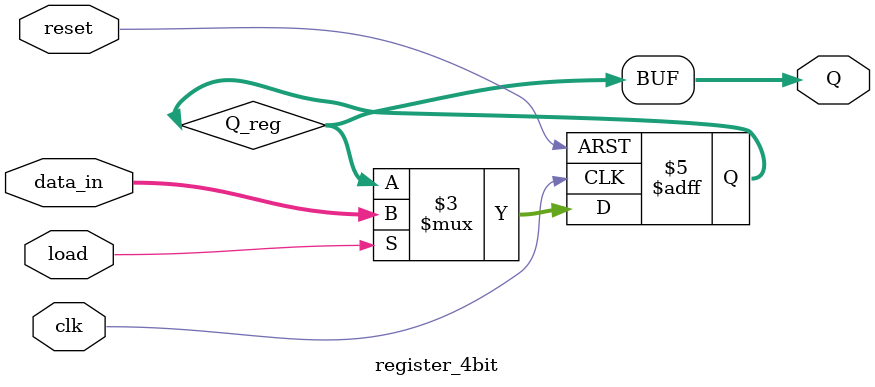
<source format=v>
module register_4bit (
    input [3:0] data_in,
    input load,
    input reset,
    input clk,
    output reg [3:0] Q
);

    // Local signals
    reg [3:0] Q_reg;

    // Instantiate 4 D Flip-Flops with Set and Reset functionality
    always @ (posedge clk or posedge reset)
    begin
        if (reset)
        begin
            Q_reg <= 4'b0;
        end
        else if (load)
        begin
            Q_reg <= data_in;
        end
    end

    always @*
    begin
        Q = Q_reg;
    end

endmodule
</source>
